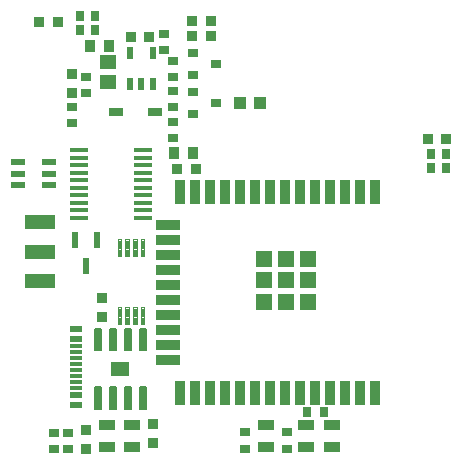
<source format=gbr>
G04 EAGLE Gerber RS-274X export*
G75*
%MOMM*%
%FSLAX34Y34*%
%LPD*%
%INSolderpaste Top*%
%IPPOS*%
%AMOC8*
5,1,8,0,0,1.08239X$1,22.5*%
G01*
%ADD10R,1.100000X1.000000*%
%ADD11R,0.900000X2.000000*%
%ADD12R,2.000000X0.900000*%
%ADD13R,1.330000X1.330000*%
%ADD14R,0.900000X0.950000*%
%ADD15R,0.650000X0.900000*%
%ADD16R,1.400000X0.900000*%
%ADD17R,0.900000X0.800000*%
%ADD18R,0.800000X0.940000*%
%ADD19R,1.526000X0.435000*%
%ADD20R,0.900000X0.650000*%
%ADD21R,0.940000X0.800000*%
%ADD22R,2.500000X1.200000*%
%ADD23R,1.200000X0.550000*%
%ADD24C,0.100000*%
%ADD25R,1.640000X1.290000*%
%ADD26C,0.150000*%
%ADD27R,1.140000X0.600000*%
%ADD28R,1.140000X0.300000*%
%ADD29R,0.950000X0.900000*%
%ADD30R,1.210000X0.730000*%
%ADD31R,0.558800X1.320800*%
%ADD32R,0.508000X1.320800*%
%ADD33R,0.550000X1.050000*%
%ADD34R,1.450000X1.200000*%
%ADD35R,0.900000X1.000000*%


D10*
X344950Y712980D03*
X361950Y712980D03*
D11*
X459000Y637450D03*
X446300Y637450D03*
X433600Y637450D03*
X420900Y637450D03*
X408200Y637450D03*
X395500Y637450D03*
X382800Y637450D03*
X370100Y637450D03*
X357400Y637450D03*
X344700Y637450D03*
X332000Y637450D03*
X319300Y637450D03*
X306600Y637450D03*
X293900Y637450D03*
D12*
X283900Y609600D03*
X283900Y596900D03*
X283900Y584200D03*
X283900Y571500D03*
X283900Y558800D03*
X283900Y546100D03*
X283900Y533400D03*
X283900Y520700D03*
X283900Y508000D03*
X283900Y495300D03*
D11*
X293900Y467450D03*
X306600Y467450D03*
X319300Y467450D03*
X332000Y467450D03*
X344700Y467450D03*
X357400Y467450D03*
X370100Y467450D03*
X382800Y467450D03*
X395500Y467450D03*
X408200Y467450D03*
X420900Y467450D03*
X433600Y467450D03*
X446300Y467450D03*
X459000Y467450D03*
D13*
X402350Y580800D03*
X402350Y562450D03*
X402350Y544100D03*
X384000Y580800D03*
X384000Y562450D03*
X384000Y544100D03*
X365650Y580800D03*
X365650Y562450D03*
X365650Y544100D03*
D14*
X320420Y769620D03*
X304420Y769620D03*
X519810Y681990D03*
X503810Y681990D03*
X320420Y782320D03*
X304420Y782320D03*
D15*
X401690Y450850D03*
X416190Y450850D03*
D16*
X422910Y421030D03*
X422910Y440030D03*
D17*
X304960Y721970D03*
X304960Y702970D03*
X324960Y712470D03*
X304960Y754990D03*
X304960Y735990D03*
X324960Y745490D03*
D18*
X506380Y657860D03*
X519780Y657860D03*
X506380Y669290D03*
X519780Y669290D03*
D19*
X209100Y672470D03*
X209100Y666110D03*
X209100Y659770D03*
X209100Y653410D03*
X209100Y647070D03*
X209100Y640710D03*
X209100Y634370D03*
X209100Y628010D03*
X209100Y621670D03*
X209100Y615310D03*
X263340Y615310D03*
X263340Y621670D03*
X263340Y628010D03*
X263340Y634370D03*
X263340Y640710D03*
X263340Y647070D03*
X263340Y653410D03*
X263340Y659770D03*
X263340Y666110D03*
X263340Y672470D03*
D20*
X349250Y419470D03*
X349250Y433970D03*
X384810Y419470D03*
X384810Y433970D03*
D16*
X367030Y421030D03*
X367030Y440030D03*
X401320Y421030D03*
X401320Y440030D03*
D21*
X288290Y722980D03*
X288290Y709580D03*
X187960Y433420D03*
X187960Y420020D03*
X199390Y420020D03*
X199390Y433420D03*
D22*
X176090Y611740D03*
X176090Y586740D03*
X176090Y561740D03*
D23*
X157180Y662280D03*
X157180Y652780D03*
X157180Y643280D03*
X183180Y643280D03*
X183180Y662280D03*
X183180Y652780D03*
D24*
X260980Y597440D02*
X260980Y582840D01*
X260980Y597440D02*
X263980Y597440D01*
X263980Y582840D01*
X260980Y582840D01*
X260980Y583790D02*
X263980Y583790D01*
X263980Y584740D02*
X260980Y584740D01*
X260980Y585690D02*
X263980Y585690D01*
X263980Y586640D02*
X260980Y586640D01*
X260980Y587590D02*
X263980Y587590D01*
X263980Y588540D02*
X260980Y588540D01*
X260980Y589490D02*
X263980Y589490D01*
X263980Y590440D02*
X260980Y590440D01*
X260980Y591390D02*
X263980Y591390D01*
X263980Y592340D02*
X260980Y592340D01*
X260980Y593290D02*
X263980Y593290D01*
X263980Y594240D02*
X260980Y594240D01*
X260980Y595190D02*
X263980Y595190D01*
X263980Y596140D02*
X260980Y596140D01*
X260980Y597090D02*
X263980Y597090D01*
X254480Y597440D02*
X254480Y582840D01*
X254480Y597440D02*
X257480Y597440D01*
X257480Y582840D01*
X254480Y582840D01*
X254480Y583790D02*
X257480Y583790D01*
X257480Y584740D02*
X254480Y584740D01*
X254480Y585690D02*
X257480Y585690D01*
X257480Y586640D02*
X254480Y586640D01*
X254480Y587590D02*
X257480Y587590D01*
X257480Y588540D02*
X254480Y588540D01*
X254480Y589490D02*
X257480Y589490D01*
X257480Y590440D02*
X254480Y590440D01*
X254480Y591390D02*
X257480Y591390D01*
X257480Y592340D02*
X254480Y592340D01*
X254480Y593290D02*
X257480Y593290D01*
X257480Y594240D02*
X254480Y594240D01*
X254480Y595190D02*
X257480Y595190D01*
X257480Y596140D02*
X254480Y596140D01*
X254480Y597090D02*
X257480Y597090D01*
X247980Y597440D02*
X247980Y582840D01*
X247980Y597440D02*
X250980Y597440D01*
X250980Y582840D01*
X247980Y582840D01*
X247980Y583790D02*
X250980Y583790D01*
X250980Y584740D02*
X247980Y584740D01*
X247980Y585690D02*
X250980Y585690D01*
X250980Y586640D02*
X247980Y586640D01*
X247980Y587590D02*
X250980Y587590D01*
X250980Y588540D02*
X247980Y588540D01*
X247980Y589490D02*
X250980Y589490D01*
X250980Y590440D02*
X247980Y590440D01*
X247980Y591390D02*
X250980Y591390D01*
X250980Y592340D02*
X247980Y592340D01*
X247980Y593290D02*
X250980Y593290D01*
X250980Y594240D02*
X247980Y594240D01*
X247980Y595190D02*
X250980Y595190D01*
X250980Y596140D02*
X247980Y596140D01*
X247980Y597090D02*
X250980Y597090D01*
X241480Y597440D02*
X241480Y582840D01*
X241480Y597440D02*
X244480Y597440D01*
X244480Y582840D01*
X241480Y582840D01*
X241480Y583790D02*
X244480Y583790D01*
X244480Y584740D02*
X241480Y584740D01*
X241480Y585690D02*
X244480Y585690D01*
X244480Y586640D02*
X241480Y586640D01*
X241480Y587590D02*
X244480Y587590D01*
X244480Y588540D02*
X241480Y588540D01*
X241480Y589490D02*
X244480Y589490D01*
X244480Y590440D02*
X241480Y590440D01*
X241480Y591390D02*
X244480Y591390D01*
X244480Y592340D02*
X241480Y592340D01*
X241480Y593290D02*
X244480Y593290D01*
X244480Y594240D02*
X241480Y594240D01*
X241480Y595190D02*
X244480Y595190D01*
X244480Y596140D02*
X241480Y596140D01*
X241480Y597090D02*
X244480Y597090D01*
X241480Y539840D02*
X241480Y525240D01*
X241480Y539840D02*
X244480Y539840D01*
X244480Y525240D01*
X241480Y525240D01*
X241480Y526190D02*
X244480Y526190D01*
X244480Y527140D02*
X241480Y527140D01*
X241480Y528090D02*
X244480Y528090D01*
X244480Y529040D02*
X241480Y529040D01*
X241480Y529990D02*
X244480Y529990D01*
X244480Y530940D02*
X241480Y530940D01*
X241480Y531890D02*
X244480Y531890D01*
X244480Y532840D02*
X241480Y532840D01*
X241480Y533790D02*
X244480Y533790D01*
X244480Y534740D02*
X241480Y534740D01*
X241480Y535690D02*
X244480Y535690D01*
X244480Y536640D02*
X241480Y536640D01*
X241480Y537590D02*
X244480Y537590D01*
X244480Y538540D02*
X241480Y538540D01*
X241480Y539490D02*
X244480Y539490D01*
X247980Y539840D02*
X247980Y525240D01*
X247980Y539840D02*
X250980Y539840D01*
X250980Y525240D01*
X247980Y525240D01*
X247980Y526190D02*
X250980Y526190D01*
X250980Y527140D02*
X247980Y527140D01*
X247980Y528090D02*
X250980Y528090D01*
X250980Y529040D02*
X247980Y529040D01*
X247980Y529990D02*
X250980Y529990D01*
X250980Y530940D02*
X247980Y530940D01*
X247980Y531890D02*
X250980Y531890D01*
X250980Y532840D02*
X247980Y532840D01*
X247980Y533790D02*
X250980Y533790D01*
X250980Y534740D02*
X247980Y534740D01*
X247980Y535690D02*
X250980Y535690D01*
X250980Y536640D02*
X247980Y536640D01*
X247980Y537590D02*
X250980Y537590D01*
X250980Y538540D02*
X247980Y538540D01*
X247980Y539490D02*
X250980Y539490D01*
X254480Y539840D02*
X254480Y525240D01*
X254480Y539840D02*
X257480Y539840D01*
X257480Y525240D01*
X254480Y525240D01*
X254480Y526190D02*
X257480Y526190D01*
X257480Y527140D02*
X254480Y527140D01*
X254480Y528090D02*
X257480Y528090D01*
X257480Y529040D02*
X254480Y529040D01*
X254480Y529990D02*
X257480Y529990D01*
X257480Y530940D02*
X254480Y530940D01*
X254480Y531890D02*
X257480Y531890D01*
X257480Y532840D02*
X254480Y532840D01*
X254480Y533790D02*
X257480Y533790D01*
X257480Y534740D02*
X254480Y534740D01*
X254480Y535690D02*
X257480Y535690D01*
X257480Y536640D02*
X254480Y536640D01*
X254480Y537590D02*
X257480Y537590D01*
X257480Y538540D02*
X254480Y538540D01*
X254480Y539490D02*
X257480Y539490D01*
X260980Y539840D02*
X260980Y525240D01*
X260980Y539840D02*
X263980Y539840D01*
X263980Y525240D01*
X260980Y525240D01*
X260980Y526190D02*
X263980Y526190D01*
X263980Y527140D02*
X260980Y527140D01*
X260980Y528090D02*
X263980Y528090D01*
X263980Y529040D02*
X260980Y529040D01*
X260980Y529990D02*
X263980Y529990D01*
X263980Y530940D02*
X260980Y530940D01*
X260980Y531890D02*
X263980Y531890D01*
X263980Y532840D02*
X260980Y532840D01*
X260980Y533790D02*
X263980Y533790D01*
X263980Y534740D02*
X260980Y534740D01*
X260980Y535690D02*
X263980Y535690D01*
X263980Y536640D02*
X260980Y536640D01*
X260980Y537590D02*
X263980Y537590D01*
X263980Y538540D02*
X260980Y538540D01*
X260980Y539490D02*
X263980Y539490D01*
D25*
X243840Y487680D03*
D26*
X227040Y472030D02*
X227040Y453830D01*
X222540Y453830D01*
X222540Y472030D01*
X227040Y472030D01*
X227040Y455255D02*
X222540Y455255D01*
X222540Y456680D02*
X227040Y456680D01*
X227040Y458105D02*
X222540Y458105D01*
X222540Y459530D02*
X227040Y459530D01*
X227040Y460955D02*
X222540Y460955D01*
X222540Y462380D02*
X227040Y462380D01*
X227040Y463805D02*
X222540Y463805D01*
X222540Y465230D02*
X227040Y465230D01*
X227040Y466655D02*
X222540Y466655D01*
X222540Y468080D02*
X227040Y468080D01*
X227040Y469505D02*
X222540Y469505D01*
X222540Y470930D02*
X227040Y470930D01*
X239740Y472030D02*
X239740Y453830D01*
X235240Y453830D01*
X235240Y472030D01*
X239740Y472030D01*
X239740Y455255D02*
X235240Y455255D01*
X235240Y456680D02*
X239740Y456680D01*
X239740Y458105D02*
X235240Y458105D01*
X235240Y459530D02*
X239740Y459530D01*
X239740Y460955D02*
X235240Y460955D01*
X235240Y462380D02*
X239740Y462380D01*
X239740Y463805D02*
X235240Y463805D01*
X235240Y465230D02*
X239740Y465230D01*
X239740Y466655D02*
X235240Y466655D01*
X235240Y468080D02*
X239740Y468080D01*
X239740Y469505D02*
X235240Y469505D01*
X235240Y470930D02*
X239740Y470930D01*
X252440Y472030D02*
X252440Y453830D01*
X247940Y453830D01*
X247940Y472030D01*
X252440Y472030D01*
X252440Y455255D02*
X247940Y455255D01*
X247940Y456680D02*
X252440Y456680D01*
X252440Y458105D02*
X247940Y458105D01*
X247940Y459530D02*
X252440Y459530D01*
X252440Y460955D02*
X247940Y460955D01*
X247940Y462380D02*
X252440Y462380D01*
X252440Y463805D02*
X247940Y463805D01*
X247940Y465230D02*
X252440Y465230D01*
X252440Y466655D02*
X247940Y466655D01*
X247940Y468080D02*
X252440Y468080D01*
X252440Y469505D02*
X247940Y469505D01*
X247940Y470930D02*
X252440Y470930D01*
X265140Y472030D02*
X265140Y453830D01*
X260640Y453830D01*
X260640Y472030D01*
X265140Y472030D01*
X265140Y455255D02*
X260640Y455255D01*
X260640Y456680D02*
X265140Y456680D01*
X265140Y458105D02*
X260640Y458105D01*
X260640Y459530D02*
X265140Y459530D01*
X265140Y460955D02*
X260640Y460955D01*
X260640Y462380D02*
X265140Y462380D01*
X265140Y463805D02*
X260640Y463805D01*
X260640Y465230D02*
X265140Y465230D01*
X265140Y466655D02*
X260640Y466655D01*
X260640Y468080D02*
X265140Y468080D01*
X265140Y469505D02*
X260640Y469505D01*
X260640Y470930D02*
X265140Y470930D01*
X265140Y503330D02*
X265140Y521530D01*
X265140Y503330D02*
X260640Y503330D01*
X260640Y521530D01*
X265140Y521530D01*
X265140Y504755D02*
X260640Y504755D01*
X260640Y506180D02*
X265140Y506180D01*
X265140Y507605D02*
X260640Y507605D01*
X260640Y509030D02*
X265140Y509030D01*
X265140Y510455D02*
X260640Y510455D01*
X260640Y511880D02*
X265140Y511880D01*
X265140Y513305D02*
X260640Y513305D01*
X260640Y514730D02*
X265140Y514730D01*
X265140Y516155D02*
X260640Y516155D01*
X260640Y517580D02*
X265140Y517580D01*
X265140Y519005D02*
X260640Y519005D01*
X260640Y520430D02*
X265140Y520430D01*
X252440Y521530D02*
X252440Y503330D01*
X247940Y503330D01*
X247940Y521530D01*
X252440Y521530D01*
X252440Y504755D02*
X247940Y504755D01*
X247940Y506180D02*
X252440Y506180D01*
X252440Y507605D02*
X247940Y507605D01*
X247940Y509030D02*
X252440Y509030D01*
X252440Y510455D02*
X247940Y510455D01*
X247940Y511880D02*
X252440Y511880D01*
X252440Y513305D02*
X247940Y513305D01*
X247940Y514730D02*
X252440Y514730D01*
X252440Y516155D02*
X247940Y516155D01*
X247940Y517580D02*
X252440Y517580D01*
X252440Y519005D02*
X247940Y519005D01*
X247940Y520430D02*
X252440Y520430D01*
X239740Y521530D02*
X239740Y503330D01*
X235240Y503330D01*
X235240Y521530D01*
X239740Y521530D01*
X239740Y504755D02*
X235240Y504755D01*
X235240Y506180D02*
X239740Y506180D01*
X239740Y507605D02*
X235240Y507605D01*
X235240Y509030D02*
X239740Y509030D01*
X239740Y510455D02*
X235240Y510455D01*
X235240Y511880D02*
X239740Y511880D01*
X239740Y513305D02*
X235240Y513305D01*
X235240Y514730D02*
X239740Y514730D01*
X239740Y516155D02*
X235240Y516155D01*
X235240Y517580D02*
X239740Y517580D01*
X239740Y519005D02*
X235240Y519005D01*
X235240Y520430D02*
X239740Y520430D01*
X227040Y521530D02*
X227040Y503330D01*
X222540Y503330D01*
X222540Y521530D01*
X227040Y521530D01*
X227040Y504755D02*
X222540Y504755D01*
X222540Y506180D02*
X227040Y506180D01*
X227040Y507605D02*
X222540Y507605D01*
X222540Y509030D02*
X227040Y509030D01*
X227040Y510455D02*
X222540Y510455D01*
X222540Y511880D02*
X227040Y511880D01*
X227040Y513305D02*
X222540Y513305D01*
X222540Y514730D02*
X227040Y514730D01*
X227040Y516155D02*
X222540Y516155D01*
X222540Y517580D02*
X227040Y517580D01*
X227040Y519005D02*
X222540Y519005D01*
X222540Y520430D02*
X227040Y520430D01*
D27*
X206250Y520950D03*
X206250Y512950D03*
D28*
X206250Y491450D03*
X206250Y496450D03*
X206250Y501450D03*
X206250Y506450D03*
X206250Y486450D03*
X206250Y481450D03*
X206250Y476450D03*
X206250Y471450D03*
D27*
X206250Y464950D03*
X206250Y456950D03*
D29*
X271780Y441070D03*
X271780Y425070D03*
D16*
X232410Y421030D03*
X232410Y440030D03*
X254000Y421030D03*
X254000Y440030D03*
D29*
X214630Y435990D03*
X214630Y419990D03*
X228600Y531750D03*
X228600Y547750D03*
D30*
X239740Y704850D03*
X273340Y704850D03*
D31*
X224028Y596392D03*
X205232Y596392D03*
D32*
X214630Y574548D03*
D18*
X209200Y786130D03*
X222600Y786130D03*
X209200Y774700D03*
X222600Y774700D03*
D21*
X288290Y696310D03*
X288290Y682910D03*
X288290Y748380D03*
X288290Y734980D03*
D29*
X203200Y720980D03*
X203200Y736980D03*
D21*
X203200Y695610D03*
X203200Y709010D03*
D14*
X174880Y781050D03*
X190880Y781050D03*
D21*
X214630Y721010D03*
X214630Y734410D03*
D33*
X252120Y728680D03*
X261620Y728680D03*
X271120Y728680D03*
X271120Y754680D03*
X252120Y754680D03*
D21*
X280670Y771240D03*
X280670Y757840D03*
D34*
X233680Y730640D03*
X233680Y747640D03*
D14*
X252350Y768350D03*
X268350Y768350D03*
D35*
X218060Y760730D03*
X234060Y760730D03*
D14*
X291720Y656590D03*
X307720Y656590D03*
D35*
X305180Y670560D03*
X289180Y670560D03*
M02*

</source>
